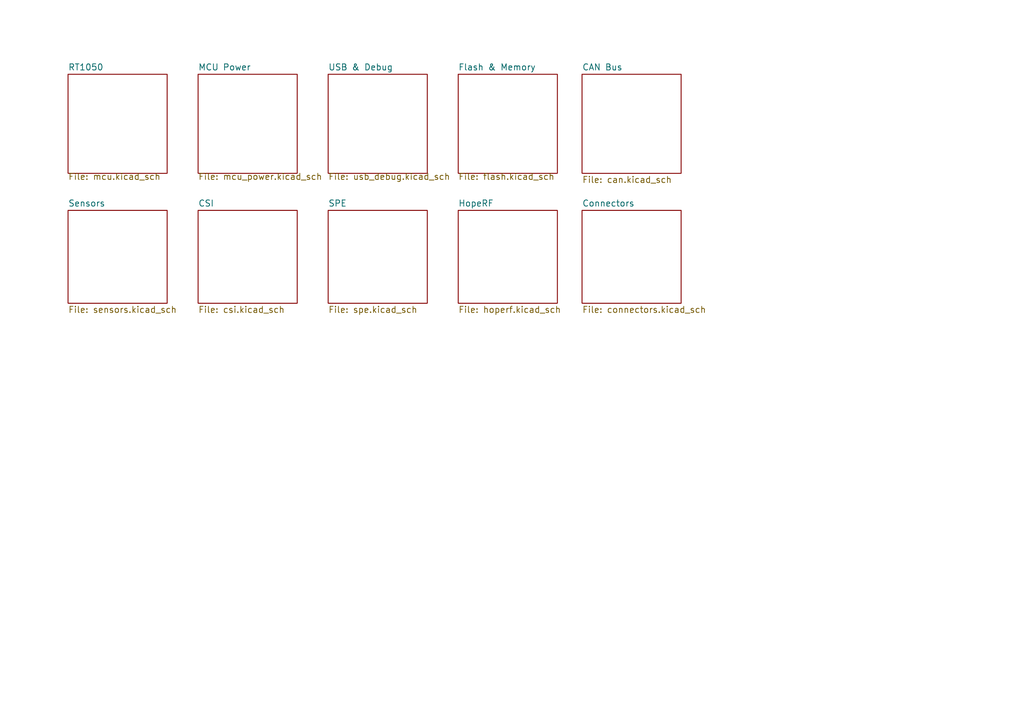
<source format=kicad_sch>
(kicad_sch
	(version 20231120)
	(generator "eeschema")
	(generator_version "8.0")
	(uuid "dd9d031d-43a1-4442-b493-27451a14e0d9")
	(paper "A5")
	(title_block
		(title "RT1050 DevBoard for Project Horizon")
		(rev "v1")
		(company "Northeastern University")
		(comment 1 "Built by Madhav Kapa")
	)
	(lib_symbols)
	(sheet
		(at 119.38 15.24)
		(size 20.32 20.32)
		(fields_autoplaced yes)
		(stroke
			(width 0.1524)
			(type solid)
		)
		(fill
			(color 0 0 0 0.0000)
		)
		(uuid "1717ddd0-007d-45d1-b2d6-3a5f196579be")
		(property "Sheetname" "CAN Bus"
			(at 119.38 14.5284 0)
			(effects
				(font
					(size 1.27 1.27)
				)
				(justify left bottom)
			)
		)
		(property "Sheetfile" "can.kicad_sch"
			(at 119.38 36.1446 0)
			(effects
				(font
					(size 1.27 1.27)
				)
				(justify left top)
			)
		)
		(instances
			(project "RT1050"
				(path "/dd9d031d-43a1-4442-b493-27451a14e0d9"
					(page "10")
				)
			)
		)
	)
	(sheet
		(at 13.97 43.18)
		(size 20.32 19.05)
		(fields_autoplaced yes)
		(stroke
			(width 0.1524)
			(type solid)
		)
		(fill
			(color 0 0 0 0.0000)
		)
		(uuid "2d6e0293-1e7f-4e64-b0be-64f8e31d184d")
		(property "Sheetname" "Sensors"
			(at 13.97 42.4684 0)
			(effects
				(font
					(size 1.27 1.27)
				)
				(justify left bottom)
			)
		)
		(property "Sheetfile" "sensors.kicad_sch"
			(at 13.97 62.8146 0)
			(effects
				(font
					(size 1.27 1.27)
				)
				(justify left top)
			)
		)
		(instances
			(project "RT1050"
				(path "/dd9d031d-43a1-4442-b493-27451a14e0d9"
					(page "6")
				)
			)
		)
	)
	(sheet
		(at 93.98 15.24)
		(size 20.32 20.32)
		(fields_autoplaced yes)
		(stroke
			(width 0.1524)
			(type solid)
		)
		(fill
			(color 0 0 0 0.0000)
		)
		(uuid "6b11668f-13ef-4c91-bbb0-f51ff7ca4de1")
		(property "Sheetname" "Flash & Memory"
			(at 93.98 14.5284 0)
			(effects
				(font
					(size 1.27 1.27)
				)
				(justify left bottom)
			)
		)
		(property "Sheetfile" "flash.kicad_sch"
			(at 93.98 35.5096 0)
			(effects
				(font
					(size 1.27 1.27)
				)
				(justify left top)
			)
		)
		(instances
			(project "RT1050"
				(path "/dd9d031d-43a1-4442-b493-27451a14e0d9"
					(page "5")
				)
			)
		)
	)
	(sheet
		(at 119.38 43.18)
		(size 20.32 19.05)
		(fields_autoplaced yes)
		(stroke
			(width 0.1524)
			(type solid)
		)
		(fill
			(color 0 0 0 0.0000)
		)
		(uuid "72e9a789-8fe7-413e-81ff-40ca14e4e7a2")
		(property "Sheetname" "Connectors"
			(at 119.38 42.4684 0)
			(effects
				(font
					(size 1.27 1.27)
				)
				(justify left bottom)
			)
		)
		(property "Sheetfile" "connectors.kicad_sch"
			(at 119.38 62.8146 0)
			(effects
				(font
					(size 1.27 1.27)
				)
				(justify left top)
			)
		)
		(instances
			(project "RT1050"
				(path "/dd9d031d-43a1-4442-b493-27451a14e0d9"
					(page "11")
				)
			)
		)
	)
	(sheet
		(at 67.31 43.18)
		(size 20.32 19.05)
		(fields_autoplaced yes)
		(stroke
			(width 0.1524)
			(type solid)
		)
		(fill
			(color 0 0 0 0.0000)
		)
		(uuid "7c6334e5-4c7d-45e8-95c8-5e99ec478434")
		(property "Sheetname" "SPE"
			(at 67.31 42.4684 0)
			(effects
				(font
					(size 1.27 1.27)
				)
				(justify left bottom)
			)
		)
		(property "Sheetfile" "spe.kicad_sch"
			(at 67.31 62.8146 0)
			(effects
				(font
					(size 1.27 1.27)
				)
				(justify left top)
			)
		)
		(instances
			(project "RT1050"
				(path "/dd9d031d-43a1-4442-b493-27451a14e0d9"
					(page "8")
				)
			)
		)
	)
	(sheet
		(at 40.64 43.18)
		(size 20.32 19.05)
		(fields_autoplaced yes)
		(stroke
			(width 0.1524)
			(type solid)
		)
		(fill
			(color 0 0 0 0.0000)
		)
		(uuid "cbdb33e2-7358-400a-9e4f-90e6e23d2619")
		(property "Sheetname" "CSI"
			(at 40.64 42.4684 0)
			(effects
				(font
					(size 1.27 1.27)
				)
				(justify left bottom)
			)
		)
		(property "Sheetfile" "csi.kicad_sch"
			(at 40.64 62.8146 0)
			(effects
				(font
					(size 1.27 1.27)
				)
				(justify left top)
			)
		)
		(instances
			(project "RT1050"
				(path "/dd9d031d-43a1-4442-b493-27451a14e0d9"
					(page "7")
				)
			)
		)
	)
	(sheet
		(at 67.31 15.24)
		(size 20.32 20.32)
		(fields_autoplaced yes)
		(stroke
			(width 0.1524)
			(type solid)
		)
		(fill
			(color 0 0 0 0.0000)
		)
		(uuid "e7bf8fe4-6546-499a-993e-2f0e673a2a11")
		(property "Sheetname" "USB & Debug"
			(at 67.31 14.5284 0)
			(effects
				(font
					(size 1.27 1.27)
				)
				(justify left bottom)
			)
		)
		(property "Sheetfile" "usb_debug.kicad_sch"
			(at 67.31 35.5096 0)
			(effects
				(font
					(size 1.27 1.27)
				)
				(justify left top)
			)
		)
		(instances
			(project "RT1050"
				(path "/dd9d031d-43a1-4442-b493-27451a14e0d9"
					(page "4")
				)
			)
		)
	)
	(sheet
		(at 40.64 15.24)
		(size 20.32 20.32)
		(fields_autoplaced yes)
		(stroke
			(width 0.1524)
			(type solid)
		)
		(fill
			(color 0 0 0 0.0000)
		)
		(uuid "ef9a9590-bc2d-4a19-b722-cc119a748157")
		(property "Sheetname" "MCU Power"
			(at 40.64 14.5284 0)
			(effects
				(font
					(size 1.27 1.27)
				)
				(justify left bottom)
			)
		)
		(property "Sheetfile" "mcu_power.kicad_sch"
			(at 40.64 35.5096 0)
			(effects
				(font
					(size 1.27 1.27)
				)
				(justify left top)
			)
		)
		(instances
			(project "RT1050"
				(path "/dd9d031d-43a1-4442-b493-27451a14e0d9"
					(page "3")
				)
			)
		)
	)
	(sheet
		(at 93.98 43.18)
		(size 20.32 19.05)
		(fields_autoplaced yes)
		(stroke
			(width 0.1524)
			(type solid)
		)
		(fill
			(color 0 0 0 0.0000)
		)
		(uuid "fc14ecf5-8f75-43c0-a12a-1b84b2e334ca")
		(property "Sheetname" "HopeRF"
			(at 93.98 42.4684 0)
			(effects
				(font
					(size 1.27 1.27)
				)
				(justify left bottom)
			)
		)
		(property "Sheetfile" "hoperf.kicad_sch"
			(at 93.98 62.8146 0)
			(effects
				(font
					(size 1.27 1.27)
				)
				(justify left top)
			)
		)
		(instances
			(project "RT1050"
				(path "/dd9d031d-43a1-4442-b493-27451a14e0d9"
					(page "11")
				)
			)
		)
	)
	(sheet
		(at 13.97 15.24)
		(size 20.32 20.32)
		(fields_autoplaced yes)
		(stroke
			(width 0.1524)
			(type solid)
		)
		(fill
			(color 0 0 0 0.0000)
		)
		(uuid "ffe89c45-936e-4e86-be6b-77b2356460d6")
		(property "Sheetname" "RT1050"
			(at 13.97 14.5284 0)
			(effects
				(font
					(size 1.27 1.27)
				)
				(justify left bottom)
			)
		)
		(property "Sheetfile" "mcu.kicad_sch"
			(at 13.97 35.5096 0)
			(effects
				(font
					(size 1.27 1.27)
				)
				(justify left top)
			)
		)
		(instances
			(project "RT1050"
				(path "/dd9d031d-43a1-4442-b493-27451a14e0d9"
					(page "2")
				)
			)
		)
	)
	(sheet_instances
		(path "/"
			(page "1")
		)
	)
)

</source>
